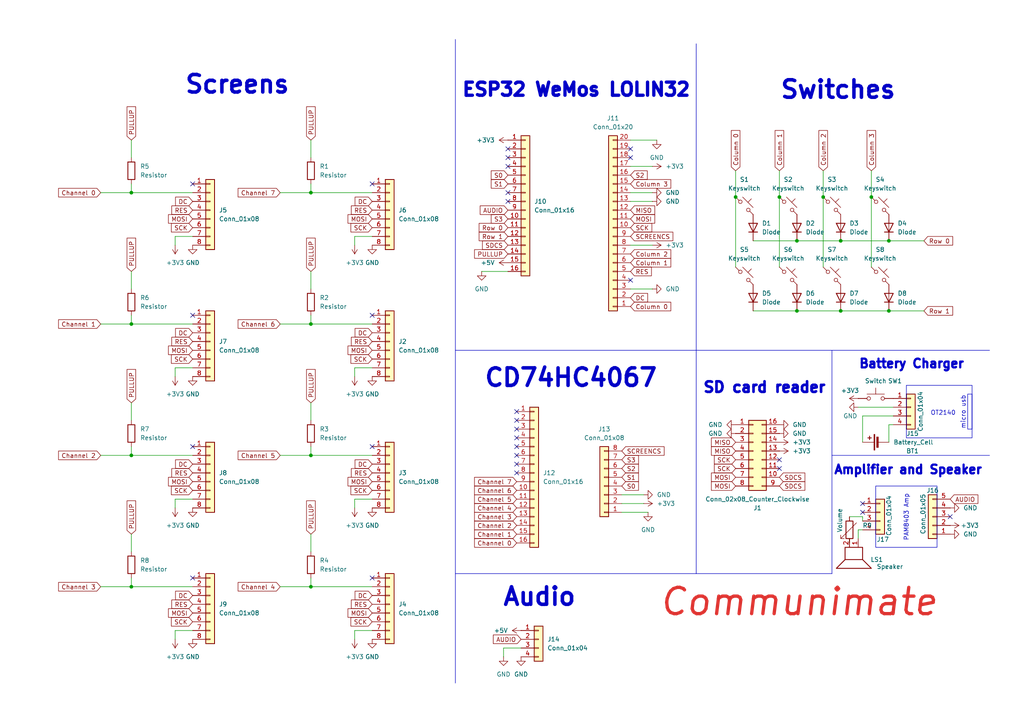
<source format=kicad_sch>
(kicad_sch (version 20231120) (generator "eeschema") (generator_version "8.0")
  (paper "A4")
  (title_block (title "Communimate") (date "2025-02-08") (company "Hogeschool Rotterdam"))
  (lib_symbols
    (symbol "Connector_Generic:Conn_01x04" (pin_names (offset 1.016) hide)
      (property "Reference" "J" (at 0 5.08 0))
      (property "Value" "Conn_01x04" (at 0 -7.62 0))
      (symbol "Conn_01x04_1_1"
        (pin passive line (at -5.08 2.54 0) (length 3.81) (name "Pin_1") (number "1"))
        (pin passive line (at -5.08 0 0) (length 3.81) (name "Pin_2") (number "2"))
        (pin passive line (at -5.08 -2.54 0) (length 3.81) (name "Pin_3") (number "3"))
        (pin passive line (at -5.08 -5.08 0) (length 3.81) (name "Pin_4") (number "4"))
      )
    )
    (symbol "Connector_Generic:Conn_01x05" (pin_names (offset 1.016) hide)
      (property "Reference" "J" (at 0 7.62 0))
      (property "Value" "Conn_01x05" (at 0 -7.62 0))
      (symbol "Conn_01x05_1_1"
        (pin passive line (at -5.08 5.08 0) (length 3.81) (name "Pin_1") (number "1"))
        (pin passive line (at -5.08 2.54 0) (length 3.81) (name "Pin_2") (number "2"))
        (pin passive line (at -5.08 0 0) (length 3.81) (name "Pin_3") (number "3"))
        (pin passive line (at -5.08 -2.54 0) (length 3.81) (name "Pin_4") (number "4"))
        (pin passive line (at -5.08 -5.08 0) (length 3.81) (name "Pin_5") (number "5"))
      )
    )
    (symbol "Connector_Generic:Conn_01x08" (pin_names (offset 1.016) hide)
      (property "Reference" "J" (at 0 10.16 0))
      (property "Value" "Conn_01x08" (at 0 -12.7 0))
      (symbol "Conn_01x08_1_1"
        (pin passive line (at -5.08 7.62 0) (length 3.81) (name "Pin_1") (number "1"))
        (pin passive line (at -5.08 5.08 0) (length 3.81) (name "Pin_2") (number "2"))
        (pin passive line (at -5.08 2.54 0) (length 3.81) (name "Pin_3") (number "3"))
        (pin passive line (at -5.08 0 0) (length 3.81) (name "Pin_4") (number "4"))
        (pin passive line (at -5.08 -2.54 0) (length 3.81) (name "Pin_5") (number "5"))
        (pin passive line (at -5.08 -5.08 0) (length 3.81) (name "Pin_6") (number "6"))
        (pin passive line (at -5.08 -7.62 0) (length 3.81) (name "Pin_7") (number "7"))
        (pin passive line (at -5.08 -10.16 0) (length 3.81) (name "Pin_8") (number "8"))
      )
    )
    (symbol "Connector_Generic:Conn_01x16" (pin_names (offset 1.016) hide)
      (property "Reference" "J" (at 0 20.32 0))
      (property "Value" "Conn_01x16" (at 0 -22.86 0))
      (symbol "Conn_01x16_1_1"
        (pin passive line (at -5.08 17.78 0) (length 3.81) (name "Pin_1") (number "1"))
        (pin passive line (at -5.08 -5.08 0) (length 3.81) (name "Pin_10") (number "10"))
        (pin passive line (at -5.08 -7.62 0) (length 3.81) (name "Pin_11") (number "11"))
        (pin passive line (at -5.08 -10.16 0) (length 3.81) (name "Pin_12") (number "12"))
        (pin passive line (at -5.08 -12.7 0) (length 3.81) (name "Pin_13") (number "13"))
        (pin passive line (at -5.08 -15.24 0) (length 3.81) (name "Pin_14") (number "14"))
        (pin passive line (at -5.08 -17.78 0) (length 3.81) (name "Pin_15") (number "15"))
        (pin passive line (at -5.08 -20.32 0) (length 3.81) (name "Pin_16") (number "16"))
        (pin passive line (at -5.08 15.24 0) (length 3.81) (name "Pin_2") (number "2"))
        (pin passive line (at -5.08 12.7 0) (length 3.81) (name "Pin_3") (number "3"))
        (pin passive line (at -5.08 10.16 0) (length 3.81) (name "Pin_4") (number "4"))
        (pin passive line (at -5.08 7.62 0) (length 3.81) (name "Pin_5") (number "5"))
        (pin passive line (at -5.08 5.08 0) (length 3.81) (name "Pin_6") (number "6"))
        (pin passive line (at -5.08 2.54 0) (length 3.81) (name "Pin_7") (number "7"))
        (pin passive line (at -5.08 0 0) (length 3.81) (name "Pin_8") (number "8"))
        (pin passive line (at -5.08 -2.54 0) (length 3.81) (name "Pin_9") (number "9"))
      )
    )
    (symbol "Connector_Generic:Conn_01x20" (pin_names (offset 1.016) hide)
      (property "Reference" "J" (at 0 25.4 0))
      (property "Value" "Conn_01x20" (at 0 -27.94 0))
      (symbol "Conn_01x20_1_1"
        (pin passive line (at -5.08 22.86 0) (length 3.81) (name "Pin_1") (number "1"))
        (pin passive line (at -5.08 0 0) (length 3.81) (name "Pin_10") (number "10"))
        (pin passive line (at -5.08 -2.54 0) (length 3.81) (name "Pin_11") (number "11"))
        (pin passive line (at -5.08 -5.08 0) (length 3.81) (name "Pin_12") (number "12"))
        (pin passive line (at -5.08 -7.62 0) (length 3.81) (name "Pin_13") (number "13"))
        (pin passive line (at -5.08 -10.16 0) (length 3.81) (name "Pin_14") (number "14"))
        (pin passive line (at -5.08 -12.7 0) (length 3.81) (name "Pin_15") (number "15"))
        (pin passive line (at -5.08 -15.24 0) (length 3.81) (name "Pin_16") (number "16"))
        (pin passive line (at -5.08 -17.78 0) (length 3.81) (name "Pin_17") (number "17"))
        (pin passive line (at -5.08 -20.32 0) (length 3.81) (name "Pin_18") (number "18"))
        (pin passive line (at -5.08 -22.86 0) (length 3.81) (name "Pin_19") (number "19"))
        (pin passive line (at -5.08 20.32 0) (length 3.81) (name "Pin_2") (number "2"))
        (pin passive line (at -5.08 -25.4 0) (length 3.81) (name "Pin_20") (number "20"))
        (pin passive line (at -5.08 17.78 0) (length 3.81) (name "Pin_3") (number "3"))
        (pin passive line (at -5.08 15.24 0) (length 3.81) (name "Pin_4") (number "4"))
        (pin passive line (at -5.08 12.7 0) (length 3.81) (name "Pin_5") (number "5"))
        (pin passive line (at -5.08 10.16 0) (length 3.81) (name "Pin_6") (number "6"))
        (pin passive line (at -5.08 7.62 0) (length 3.81) (name "Pin_7") (number "7"))
        (pin passive line (at -5.08 5.08 0) (length 3.81) (name "Pin_8") (number "8"))
        (pin passive line (at -5.08 2.54 0) (length 3.81) (name "Pin_9") (number "9"))
      )
    )
    (symbol "Connector_Generic:Conn_02x08_Counter_Clockwise" (pin_names (offset 1.016) hide)
      (property "Reference" "J" (at 1.27 10.16 0))
      (property "Value" "Conn_02x08_Counter_Clockwise" (at 1.27 -12.7 0))
      (symbol "Conn_02x08_Counter_Clockwise_1_1"
        (pin passive line (at -5.08 7.62 0) (length 3.81) (name "Pin_1") (number "1"))
        (pin passive line (at 7.62 -7.62 180) (length 3.81) (name "Pin_10") (number "10"))
        (pin passive line (at 7.62 -5.08 180) (length 3.81) (name "Pin_11") (number "11"))
        (pin passive line (at 7.62 -2.54 180) (length 3.81) (name "Pin_12") (number "12"))
        (pin passive line (at 7.62 0 180) (length 3.81) (name "Pin_13") (number "13"))
        (pin passive line (at 7.62 2.54 180) (length 3.81) (name "Pin_14") (number "14"))
        (pin passive line (at 7.62 5.08 180) (length 3.81) (name "Pin_15") (number "15"))
        (pin passive line (at 7.62 7.62 180) (length 3.81) (name "Pin_16") (number "16"))
        (pin passive line (at -5.08 5.08 0) (length 3.81) (name "Pin_2") (number "2"))
        (pin passive line (at -5.08 2.54 0) (length 3.81) (name "Pin_3") (number "3"))
        (pin passive line (at -5.08 0 0) (length 3.81) (name "Pin_4") (number "4"))
        (pin passive line (at -5.08 -2.54 0) (length 3.81) (name "Pin_5") (number "5"))
        (pin passive line (at -5.08 -5.08 0) (length 3.81) (name "Pin_6") (number "6"))
        (pin passive line (at -5.08 -7.62 0) (length 3.81) (name "Pin_7") (number "7"))
        (pin passive line (at -5.08 -10.16 0) (length 3.81) (name "Pin_8") (number "8"))
        (pin passive line (at 7.62 -10.16 180) (length 3.81) (name "Pin_9") (number "9"))
      )
    )
    (symbol "Device:Battery_Cell" (pin_numbers hide) (pin_names (offset 0) hide)
      (property "Reference" "BT" (at 2.54 2.54 0))
      (property "Value" "Battery_Cell" (at 2.54 0 0))
      (symbol "Battery_Cell_1_1"
        (pin passive line (at 0 5.08 270) (length 2.54) (name "+") (number "1"))
        (pin passive line (at 0 -2.54 90) (length 2.54) (name "-") (number "2"))
      )
    )
    (symbol "Device:R_Variable" (pin_numbers hide) (pin_names (offset 0))
      (property "Reference" "R" (at 2.54 -2.54 90))
      (property "Value" "R_Variable" (at -2.54 -1.27 90))
      (symbol "R_Variable_1_1"
        (pin passive line (at 0 3.81 270) (length 1.27) (name "~") (number "1"))
        (pin passive line (at 0 -3.81 90) (length 1.27) (name "~") (number "2"))
      )
    )
    (symbol "Device:Speaker" (pin_names (offset 0) hide)
      (property "Reference" "LS" (at 1.27 5.715 0))
      (property "Value" "Speaker" (at 1.27 3.81 0))
      (symbol "Speaker_1_1"
        (pin input line (at -5.08 0 0) (length 2.54) (name "1") (number "1"))
        (pin input line (at -5.08 -2.54 0) (length 2.54) (name "2") (number "2"))
      )
    )
    (symbol "ScottoKeebs:Placeholder_Diode" (pin_numbers hide) (pin_names hide)
      (property "Reference" "D" (at 0 2.54 0))
      (property "Value" "Diode" (at 0 -2.54 0))
      (symbol "Placeholder_Diode_1_1"
        (pin passive line (at -3.81 0 0) (length 2.54) (name "K") (number "1"))
        (pin passive line (at 3.81 0 180) (length 2.54) (name "A") (number "2"))
      )
    )
    (symbol "ScottoKeebs:Placeholder_Keyswitch" (pin_numbers hide) (pin_names (offset 1.016) hide)
      (property "Reference" "S" (at 3.048 1.016 0))
      (property "Value" "Keyswitch" (at 0 -3.81 0))
      (symbol "Placeholder_Keyswitch_0_1"
        (pin passive line (at -2.54 2.54 0) (length 0) (name "1") (number "1"))
        (pin passive line (at 2.54 -2.54 180) (length 0) (name "2") (number "2"))
      )
    )
    (symbol "ScottoKeebs:Placeholder_Resistor" (pin_numbers hide) (pin_names (offset 0))
      (property "Reference" "R" (at 0 2.032 0))
      (property "Value" "Resistor" (at 0 -2.54 0))
      (symbol "Placeholder_Resistor_1_1"
        (pin passive line (at -3.81 0 0) (length 1.27) (name "~") (number "1"))
        (pin passive line (at 3.81 0 180) (length 1.27) (name "~") (number "2"))
      )
    )
    (symbol "ScottoKeebs:Placeholder_Switch" (pin_numbers hide) (pin_names (offset 1.016) hide)
      (property "Reference" "SW" (at 1.27 2.54 0))
      (property "Value" "Switch" (at 0 -1.524 0))
      (symbol "Placeholder_Switch_0_1"
        (pin passive line (at -5.08 0 0) (length 2.54) (name "1") (number "1"))
        (pin passive line (at 5.08 0 180) (length 2.54) (name "2") (number "2"))
      )
    )
    (symbol "power:+3V3" (power) (pin_numbers hide) (pin_names (offset 0) hide)
      (property "Value" "+3V3" (at 0 3.556 0))
      (symbol "+3V3_1_1"
        (pin power_in line (at 0 0 90) (length 0) (name "~") (number "1"))
      )
    )
    (symbol "power:+5V" (power) (pin_numbers hide) (pin_names (offset 0) hide)
      (property "Value" "+5V" (at 0 3.556 0))
      (symbol "+5V_1_1"
        (pin power_in line (at 0 0 90) (length 0) (name "~") (number "1"))
      )
    )
    (symbol "power:GND" (power) (pin_numbers hide) (pin_names (offset 0) hide)
      (property "Value" "GND" (at 0 -3.81 0))
      (symbol "GND_1_1"
        (pin power_in line (at 0 0 270) (length 0) (name "~") (number "1"))
      )
    )
  )
  (junction (at 231.14 90.17))
  (junction (at 226.06 57.15))
  (junction (at 90.17 55.88))
  (junction (at 243.84 69.85))
  (junction (at 90.17 93.98))
  (junction (at 257.81 69.85))
  (junction (at 213.36 57.15))
  (junction (at 252.73 57.15))
  (junction (at 38.1 93.98))
  (junction (at 257.81 90.17))
  (junction (at 231.14 69.85))
  (junction (at 243.84 90.17))
  (junction (at 38.1 170.18))
  (junction (at 90.17 132.08))
  (junction (at 90.17 170.18))
  (junction (at 38.1 132.08))
  (junction (at 238.76 57.15))
  (junction (at 38.1 55.88))
  (no_connect (at 147.32 58.42))
  (no_connect (at 182.88 43.18))
  (no_connect (at 107.95 91.44))
  (no_connect (at 275.59 149.86))
  (no_connect (at 149.86 132.08))
  (no_connect (at 149.86 121.92))
  (no_connect (at 147.32 45.72))
  (no_connect (at 149.86 134.62))
  (no_connect (at 107.95 129.54))
  (no_connect (at 250.19 148.59))
  (no_connect (at 226.06 135.89))
  (no_connect (at 149.86 137.16))
  (no_connect (at 55.88 129.54))
  (no_connect (at 149.86 127))
  (no_connect (at 147.32 48.26))
  (no_connect (at 107.95 167.64))
  (no_connect (at 147.32 43.18))
  (no_connect (at 149.86 124.46))
  (no_connect (at 107.95 53.34))
  (no_connect (at 182.88 45.72))
  (no_connect (at 147.32 55.88))
  (no_connect (at 149.86 119.38))
  (no_connect (at 55.88 167.64))
  (no_connect (at 250.19 146.05))
  (no_connect (at 55.88 53.34))
  (no_connect (at 182.88 81.28))
  (no_connect (at 55.88 91.44))
  (no_connect (at 149.86 129.54))
  (no_connect (at 226.06 133.35))
  (polyline (pts (xy 241.3 132.08) (xy 287.02 132.08)))
  (wire (pts (xy 50.8 109.22) (xy 50.8 106.68)))
  (wire (pts (xy 189.23 48.26) (xy 182.88 48.26)))
  (wire (pts (xy 102.87 71.12) (xy 102.87 68.58)))
  (wire (pts (xy 102.87 182.88) (xy 107.95 182.88)))
  (wire (pts (xy 50.8 185.42) (xy 50.8 182.88)))
  (wire (pts (xy 38.1 154.94) (xy 38.1 160.02)))
  (wire (pts (xy 257.81 90.17) (xy 267.97 90.17)))
  (wire (pts (xy 257.81 128.27) (xy 257.81 123.19)))
  (wire (pts (xy 182.88 58.42) (xy 189.23 58.42)))
  (wire (pts (xy 238.76 49.53) (xy 238.76 57.15)))
  (wire (pts (xy 250.19 120.65) (xy 250.19 128.27)))
  (wire (pts (xy 50.8 147.32) (xy 50.8 144.78)))
  (polyline (pts (xy 132.08 166.37) (xy 201.93 166.37)))
  (wire (pts (xy 243.84 69.85) (xy 257.81 69.85)))
  (polyline (pts (xy 132.08 101.6) (xy 201.93 101.6)))
  (wire (pts (xy 267.97 69.85) (xy 257.81 69.85)))
  (wire (pts (xy 29.21 93.98) (xy 38.1 93.98)))
  (wire (pts (xy 81.28 55.88) (xy 90.17 55.88)))
  (wire (pts (xy 102.87 147.32) (xy 102.87 144.78)))
  (wire (pts (xy 29.21 170.18) (xy 38.1 170.18)))
  (wire (pts (xy 38.1 93.98) (xy 55.88 93.98)))
  (wire (pts (xy 102.87 109.22) (xy 102.87 106.68)))
  (wire (pts (xy 180.34 143.51) (xy 186.69 143.51)))
  (wire (pts (xy 250.19 149.86) (xy 250.19 151.13)))
  (wire (pts (xy 50.8 144.78) (xy 55.88 144.78)))
  (wire (pts (xy 231.14 69.85) (xy 243.84 69.85)))
  (polyline (pts (xy 201.93 12.7) (xy 201.93 101.6)))
  (wire (pts (xy 90.17 91.44) (xy 90.17 93.98)))
  (wire (pts (xy 90.17 116.84) (xy 90.17 121.92)))
  (wire (pts (xy 257.81 123.19) (xy 259.08 123.19)))
  (wire (pts (xy 213.36 49.53) (xy 213.36 57.15)))
  (wire (pts (xy 90.17 129.54) (xy 90.17 132.08)))
  (wire (pts (xy 252.73 57.15) (xy 252.73 77.47)))
  (wire (pts (xy 81.28 93.98) (xy 90.17 93.98)))
  (wire (pts (xy 50.8 182.88) (xy 55.88 182.88)))
  (wire (pts (xy 38.1 132.08) (xy 55.88 132.08)))
  (wire (pts (xy 50.8 71.12) (xy 50.8 68.58)))
  (wire (pts (xy 102.87 185.42) (xy 102.87 182.88)))
  (wire (pts (xy 38.1 78.74) (xy 38.1 83.82)))
  (wire (pts (xy 226.06 57.15) (xy 226.06 77.47)))
  (wire (pts (xy 248.92 153.67) (xy 248.92 156.21)))
  (wire (pts (xy 182.88 83.82) (xy 189.23 83.82)))
  (wire (pts (xy 81.28 170.18) (xy 90.17 170.18)))
  (wire (pts (xy 38.1 53.34) (xy 38.1 55.88)))
  (wire (pts (xy 243.84 90.17) (xy 257.81 90.17)))
  (polyline (pts (xy 132.08 11.43) (xy 132.08 198.12)))
  (wire (pts (xy 90.17 53.34) (xy 90.17 55.88)))
  (polyline (pts (xy 201.93 101.6) (xy 287.02 101.6)))
  (wire (pts (xy 29.21 132.08) (xy 38.1 132.08)))
  (wire (pts (xy 218.44 69.85) (xy 231.14 69.85)))
  (wire (pts (xy 250.19 153.67) (xy 248.92 153.67)))
  (wire (pts (xy 182.88 55.88) (xy 189.23 55.88)))
  (wire (pts (xy 189.23 71.12) (xy 182.88 71.12)))
  (wire (pts (xy 90.17 78.74) (xy 90.17 83.82)))
  (wire (pts (xy 50.8 106.68) (xy 55.88 106.68)))
  (wire (pts (xy 213.36 57.15) (xy 213.36 77.47)))
  (wire (pts (xy 252.73 49.53) (xy 252.73 57.15)))
  (wire (pts (xy 38.1 116.84) (xy 38.1 121.92)))
  (wire (pts (xy 90.17 154.94) (xy 90.17 160.02)))
  (wire (pts (xy 102.87 144.78) (xy 107.95 144.78)))
  (wire (pts (xy 38.1 55.88) (xy 55.88 55.88)))
  (wire (pts (xy 246.38 149.86) (xy 250.19 149.86)))
  (wire (pts (xy 102.87 68.58) (xy 107.95 68.58)))
  (wire (pts (xy 180.34 148.59) (xy 187.96 148.59)))
  (wire (pts (xy 90.17 55.88) (xy 107.95 55.88)))
  (wire (pts (xy 238.76 57.15) (xy 238.76 77.47)))
  (wire (pts (xy 50.8 68.58) (xy 55.88 68.58)))
  (wire (pts (xy 90.17 93.98) (xy 107.95 93.98)))
  (wire (pts (xy 38.1 91.44) (xy 38.1 93.98)))
  (wire (pts (xy 259.08 120.65) (xy 250.19 120.65)))
  (polyline (pts (xy 241.3 101.6) (xy 241.3 166.37)))
  (wire (pts (xy 81.28 132.08) (xy 90.17 132.08)))
  (wire (pts (xy 246.38 157.48) (xy 246.38 156.21)))
  (wire (pts (xy 38.1 170.18) (xy 55.88 170.18)))
  (wire (pts (xy 102.87 106.68) (xy 107.95 106.68)))
  (wire (pts (xy 226.06 49.53) (xy 226.06 57.15)))
  (wire (pts (xy 139.7 78.74) (xy 147.32 78.74)))
  (wire (pts (xy 29.21 55.88) (xy 38.1 55.88)))
  (wire (pts (xy 146.05 187.96) (xy 146.05 190.5)))
  (wire (pts (xy 182.88 40.64) (xy 190.5 40.64)))
  (wire (pts (xy 90.17 170.18) (xy 107.95 170.18)))
  (polyline (pts (xy 201.93 101.6) (xy 201.93 166.37)))
  (wire (pts (xy 90.17 132.08) (xy 107.95 132.08)))
  (wire (pts (xy 38.1 40.64) (xy 38.1 45.72)))
  (wire (pts (xy 186.69 146.05) (xy 180.34 146.05)))
  (wire (pts (xy 90.17 40.64) (xy 90.17 45.72)))
  (wire (pts (xy 218.44 90.17) (xy 231.14 90.17)))
  (wire (pts (xy 151.13 187.96) (xy 146.05 187.96)))
  (wire (pts (xy 38.1 129.54) (xy 38.1 132.08)))
  (wire (pts (xy 231.14 90.17) (xy 243.84 90.17)))
  (wire (pts (xy 248.92 118.11) (xy 259.08 118.11)))
  (wire (pts (xy 90.17 167.64) (xy 90.17 170.18)))
  (polyline (pts (xy 241.3 166.37) (xy 201.93 166.37)))
  (wire (pts (xy 38.1 167.64) (xy 38.1 170.18)))
  (rectangle (start 262.89 111.76) (end 281.94 127))
  (rectangle (start 280.67 114.3) (end 281.94 124.46))
  (rectangle (start 254 140.97) (end 271.78 158.75))
  (text "Switches" (at 243.078 26.162 0) (effects (font (size 5.08 5.08) (thickness 1.016) (bold yes))))
  (text "OT2140" (at 273.558 119.888 0) (effects (font (size 1.27 1.27))))
  (text "PAM8403 Amp" (at 262.89 150.114 90) (effects (font (size 1.27 1.27))))
  (text "ESP32 WeMos LOLIN32" (at 167.132 26.162 0) (effects (font (size 3.81 3.81) (thickness 1.016) (bold yes))))
  (text "CD74HC4067\n" (at 165.608 109.728 0) (effects (font (size 5.08 5.08) (thickness 1.016) (bold yes))))
  (text "Amplifier and Speaker" (at 263.398 136.398 0) (effects (font (size 2.54 2.54) (thickness 1.016) (bold yes))))
  (text "Screens\n" (at 68.834 24.638 0) (effects (font (size 5.08 5.08) (thickness 1.016) (bold yes))))
  (text "SD card reader\n" (at 221.742 112.522 0) (effects (font (size 3.048 3.048) (thickness 1.016) (bold yes))))
  (text "micro usb" (at 279.4 119.634 90) (effects (font (size 1.27 1.27))))
  (text "Audio\n" (at 156.464 173.228 0) (effects (font (size 5.08 5.08) (thickness 1.016) (bold yes))))
  (text "Communimate" (at 231.648 174.752 0) (effects (font (size 7.62 7.62) (thickness 0.9525) (italic yes))))
  (text "Battery Charger" (at 264.414 105.664 0) (effects (font (size 2.54 2.54) (thickness 1.016) (bold yes))))
  (global_label "DC" (shape input) (at 107.95 172.72 180) (property "Intersheetrefs" "${INTERSHEET_REFS}" (effects (hide yes))))
  (global_label "SCK" (shape input) (at 213.36 133.35 180) (property "Intersheetrefs" "${INTERSHEET_REFS}" (effects (hide yes))))
  (global_label "SDCS" (shape input) (at 147.32 71.12 180) (property "Intersheetrefs" "${INTERSHEET_REFS}" (effects (hide yes))))
  (global_label "SCREENCS" (shape input) (at 180.34 130.81 0) (property "Intersheetrefs" "${INTERSHEET_REFS}" (effects (hide yes))))
  (global_label "Channel 5" (shape input) (at 81.28 132.08 180) (property "Intersheetrefs" "${INTERSHEET_REFS}" (effects (hide yes))))
  (global_label "Column 2" (shape input) (at 238.76 49.53 90) (property "Intersheetrefs" "${INTERSHEET_REFS}" (effects (hide yes))))
  (global_label "MOSI" (shape input) (at 107.95 139.7 180) (property "Intersheetrefs" "${INTERSHEET_REFS}" (effects (hide yes))))
  (global_label "Channel 2" (shape input) (at 29.21 132.08 180) (property "Intersheetrefs" "${INTERSHEET_REFS}" (effects (hide yes))))
  (global_label "DC" (shape input) (at 55.88 96.52 180) (property "Intersheetrefs" "${INTERSHEET_REFS}" (effects (hide yes))))
  (global_label "Channel 0" (shape input) (at 149.86 157.48 180) (property "Intersheetrefs" "${INTERSHEET_REFS}" (effects (hide yes))))
  (global_label "PULLUP" (shape input) (at 90.17 154.94 90) (property "Intersheetrefs" "${INTERSHEET_REFS}" (effects (hide yes))))
  (global_label "S3" (shape input) (at 180.34 133.35 0) (property "Intersheetrefs" "${INTERSHEET_REFS}" (effects (hide yes))))
  (global_label "MISO" (shape input) (at 213.36 128.27 180) (property "Intersheetrefs" "${INTERSHEET_REFS}" (effects (hide yes))))
  (global_label "PULLUP" (shape input) (at 38.1 40.64 90) (property "Intersheetrefs" "${INTERSHEET_REFS}" (effects (hide yes))))
  (global_label "Column 0" (shape input) (at 182.88 88.9 0) (property "Intersheetrefs" "${INTERSHEET_REFS}" (effects (hide yes))))
  (global_label "SCREENCS" (shape input) (at 182.88 68.58 0) (property "Intersheetrefs" "${INTERSHEET_REFS}" (effects (hide yes))))
  (global_label "Row 1" (shape input) (at 267.97 90.17 0) (property "Intersheetrefs" "${INTERSHEET_REFS}" (effects (hide yes))))
  (global_label "Column 1" (shape input) (at 182.88 76.2 0) (property "Intersheetrefs" "${INTERSHEET_REFS}" (effects (hide yes))))
  (global_label "RES" (shape input) (at 55.88 99.06 180) (property "Intersheetrefs" "${INTERSHEET_REFS}" (effects (hide yes))))
  (global_label "MOSI" (shape input) (at 107.95 101.6 180) (property "Intersheetrefs" "${INTERSHEET_REFS}" (effects (hide yes))))
  (global_label "DC" (shape input) (at 55.88 134.62 180) (property "Intersheetrefs" "${INTERSHEET_REFS}" (effects (hide yes))))
  (global_label "MOSI" (shape input) (at 55.88 177.8 180) (property "Intersheetrefs" "${INTERSHEET_REFS}" (effects (hide yes))))
  (global_label "MOSI" (shape input) (at 107.95 63.5 180) (property "Intersheetrefs" "${INTERSHEET_REFS}" (effects (hide yes))))
  (global_label "S3" (shape input) (at 147.32 63.5 180) (property "Intersheetrefs" "${INTERSHEET_REFS}" (effects (hide yes))))
  (global_label "PULLUP" (shape input) (at 38.1 78.74 90) (property "Intersheetrefs" "${INTERSHEET_REFS}" (effects (hide yes))))
  (global_label "Channel 3" (shape input) (at 149.86 149.86 180) (property "Intersheetrefs" "${INTERSHEET_REFS}" (effects (hide yes))))
  (global_label "AUDIO" (shape input) (at 151.13 185.42 180) (property "Intersheetrefs" "${INTERSHEET_REFS}" (effects (hide yes))))
  (global_label "PULLUP" (shape input) (at 90.17 40.64 90) (property "Intersheetrefs" "${INTERSHEET_REFS}" (effects (hide yes))))
  (global_label "SCK" (shape input) (at 55.88 66.04 180) (property "Intersheetrefs" "${INTERSHEET_REFS}" (effects (hide yes))))
  (global_label "SCK" (shape input) (at 107.95 142.24 180) (property "Intersheetrefs" "${INTERSHEET_REFS}" (effects (hide yes))))
  (global_label "RES" (shape input) (at 107.95 99.06 180) (property "Intersheetrefs" "${INTERSHEET_REFS}" (effects (hide yes))))
  (global_label "Channel 2" (shape input) (at 149.86 152.4 180) (property "Intersheetrefs" "${INTERSHEET_REFS}" (effects (hide yes))))
  (global_label "Channel 7" (shape input) (at 149.86 139.7 180) (property "Intersheetrefs" "${INTERSHEET_REFS}" (effects (hide yes))))
  (global_label "DC" (shape input) (at 55.88 58.42 180) (property "Intersheetrefs" "${INTERSHEET_REFS}" (effects (hide yes))))
  (global_label "SCK" (shape input) (at 213.36 135.89 180) (property "Intersheetrefs" "${INTERSHEET_REFS}" (effects (hide yes))))
  (global_label "Channel 7" (shape input) (at 81.28 55.88 180) (property "Intersheetrefs" "${INTERSHEET_REFS}" (effects (hide yes))))
  (global_label "DC" (shape input) (at 107.95 96.52 180) (property "Intersheetrefs" "${INTERSHEET_REFS}" (effects (hide yes))))
  (global_label "S1" (shape input) (at 180.34 138.43 0) (property "Intersheetrefs" "${INTERSHEET_REFS}" (effects (hide yes))))
  (global_label "DC" (shape input) (at 107.95 58.42 180) (property "Intersheetrefs" "${INTERSHEET_REFS}" (effects (hide yes))))
  (global_label "PULLUP" (shape input) (at 90.17 78.74 90) (property "Intersheetrefs" "${INTERSHEET_REFS}" (effects (hide yes))))
  (global_label "MOSI" (shape input) (at 55.88 139.7 180) (property "Intersheetrefs" "${INTERSHEET_REFS}" (effects (hide yes))))
  (global_label "MOSI" (shape input) (at 107.95 177.8 180) (property "Intersheetrefs" "${INTERSHEET_REFS}" (effects (hide yes))))
  (global_label "Channel 6" (shape input) (at 149.86 142.24 180) (property "Intersheetrefs" "${INTERSHEET_REFS}" (effects (hide yes))))
  (global_label "Channel 1" (shape input) (at 149.86 154.94 180) (property "Intersheetrefs" "${INTERSHEET_REFS}" (effects (hide yes))))
  (global_label "RES" (shape input) (at 55.88 137.16 180) (property "Intersheetrefs" "${INTERSHEET_REFS}" (effects (hide yes))))
  (global_label "Channel 0" (shape input) (at 29.21 55.88 180) (property "Intersheetrefs" "${INTERSHEET_REFS}" (effects (hide yes))))
  (global_label "SCK" (shape input) (at 107.95 66.04 180) (property "Intersheetrefs" "${INTERSHEET_REFS}" (effects (hide yes))))
  (global_label "MISO" (shape input) (at 182.88 60.96 0) (property "Intersheetrefs" "${INTERSHEET_REFS}" (effects (hide yes))))
  (global_label "S2" (shape input) (at 180.34 135.89 0) (property "Intersheetrefs" "${INTERSHEET_REFS}" (effects (hide yes))))
  (global_label "SCK" (shape input) (at 55.88 104.14 180) (property "Intersheetrefs" "${INTERSHEET_REFS}" (effects (hide yes))))
  (global_label "Row 0" (shape input) (at 147.32 66.04 180) (property "Intersheetrefs" "${INTERSHEET_REFS}" (effects (hide yes))))
  (global_label "SCK" (shape input) (at 55.88 180.34 180) (property "Intersheetrefs" "${INTERSHEET_REFS}" (effects (hide yes))))
  (global_label "RES" (shape input) (at 55.88 175.26 180) (property "Intersheetrefs" "${INTERSHEET_REFS}" (effects (hide yes))))
  (global_label "SCK" (shape input) (at 182.88 66.04 0) (property "Intersheetrefs" "${INTERSHEET_REFS}" (effects (hide yes))))
  (global_label "Column 1" (shape input) (at 226.06 49.53 90) (property "Intersheetrefs" "${INTERSHEET_REFS}" (effects (hide yes))))
  (global_label "Channel 4" (shape input) (at 149.86 147.32 180) (property "Intersheetrefs" "${INTERSHEET_REFS}" (effects (hide yes))))
  (global_label "DC" (shape input) (at 107.95 134.62 180) (property "Intersheetrefs" "${INTERSHEET_REFS}" (effects (hide yes))))
  (global_label "RES" (shape input) (at 107.95 137.16 180) (property "Intersheetrefs" "${INTERSHEET_REFS}" (effects (hide yes))))
  (global_label "DC" (shape input) (at 55.88 172.72 180) (property "Intersheetrefs" "${INTERSHEET_REFS}" (effects (hide yes))))
  (global_label "SCK" (shape input) (at 55.88 142.24 180) (property "Intersheetrefs" "${INTERSHEET_REFS}" (effects (hide yes))))
  (global_label "Column 0" (shape input) (at 213.36 49.53 90) (property "Intersheetrefs" "${INTERSHEET_REFS}" (effects (hide yes))))
  (global_label "SCK" (shape input) (at 107.95 180.34 180) (property "Intersheetrefs" "${INTERSHEET_REFS}" (effects (hide yes))))
  (global_label "MOSI" (shape input) (at 55.88 101.6 180) (property "Intersheetrefs" "${INTERSHEET_REFS}" (effects (hide yes))))
  (global_label "DC" (shape input) (at 182.88 86.36 0) (property "Intersheetrefs" "${INTERSHEET_REFS}" (effects (hide yes))))
  (global_label "MISO" (shape input) (at 213.36 130.81 180) (property "Intersheetrefs" "${INTERSHEET_REFS}" (effects (hide yes))))
  (global_label "Channel 1" (shape input) (at 29.21 93.98 180) (property "Intersheetrefs" "${INTERSHEET_REFS}" (effects (hide yes))))
  (global_label "S1" (shape input) (at 147.32 53.34 180) (property "Intersheetrefs" "${INTERSHEET_REFS}" (effects (hide yes))))
  (global_label "MOSI" (shape input) (at 213.36 140.97 180) (property "Intersheetrefs" "${INTERSHEET_REFS}" (effects (hide yes))))
  (global_label "S0" (shape input) (at 147.32 50.8 180) (property "Intersheetrefs" "${INTERSHEET_REFS}" (effects (hide yes))))
  (global_label "RES" (shape input) (at 55.88 60.96 180) (property "Intersheetrefs" "${INTERSHEET_REFS}" (effects (hide yes))))
  (global_label "SCK" (shape input) (at 107.95 104.14 180) (property "Intersheetrefs" "${INTERSHEET_REFS}" (effects (hide yes))))
  (global_label "AUDIO" (shape input) (at 275.59 144.78 0) (property "Intersheetrefs" "${INTERSHEET_REFS}" (effects (hide yes))))
  (global_label "Column 3" (shape input) (at 252.73 49.53 90) (property "Intersheetrefs" "${INTERSHEET_REFS}" (effects (hide yes))))
  (global_label "PULLUP" (shape input) (at 147.32 73.66 180) (property "Intersheetrefs" "${INTERSHEET_REFS}" (effects (hide yes))))
  (global_label "Row 1" (shape input) (at 147.32 68.58 180) (property "Intersheetrefs" "${INTERSHEET_REFS}" (effects (hide yes))))
  (global_label "Channel 6" (shape input) (at 81.28 93.98 180) (property "Intersheetrefs" "${INTERSHEET_REFS}" (effects (hide yes))))
  (global_label "Channel 4" (shape input) (at 81.28 170.18 180) (property "Intersheetrefs" "${INTERSHEET_REFS}" (effects (hide yes))))
  (global_label "PULLUP" (shape input) (at 38.1 116.84 90) (property "Intersheetrefs" "${INTERSHEET_REFS}" (effects (hide yes))))
  (global_label "MOSI" (shape input) (at 55.88 63.5 180) (property "Intersheetrefs" "${INTERSHEET_REFS}" (effects (hide yes))))
  (global_label "SDCS" (shape input) (at 226.06 138.43 0) (property "Intersheetrefs" "${INTERSHEET_REFS}" (effects (hide yes))))
  (global_label "Channel 3" (shape input) (at 29.21 170.18 180) (property "Intersheetrefs" "${INTERSHEET_REFS}" (effects (hide yes))))
  (global_label "AUDIO" (shape input) (at 147.32 60.96 180) (property "Intersheetrefs" "${INTERSHEET_REFS}" (effects (hide yes))))
  (global_label "SDCS" (shape input) (at 226.06 140.97 0) (property "Intersheetrefs" "${INTERSHEET_REFS}" (effects (hide yes))))
  (global_label "Channel 5" (shape input) (at 149.86 144.78 180) (property "Intersheetrefs" "${INTERSHEET_REFS}" (effects (hide yes))))
  (global_label "PULLUP" (shape input) (at 90.17 116.84 90) (property "Intersheetrefs" "${INTERSHEET_REFS}" (effects (hide yes))))
  (global_label "RES" (shape input) (at 182.88 78.74 0) (property "Intersheetrefs" "${INTERSHEET_REFS}" (effects (hide yes))))
  (global_label "S2" (shape input) (at 182.88 50.8 0) (property "Intersheetrefs" "${INTERSHEET_REFS}" (effects (hide yes))))
  (global_label "RES" (shape input) (at 107.95 60.96 180) (property "Intersheetrefs" "${INTERSHEET_REFS}" (effects (hide yes))))
  (global_label "Column 2" (shape input) (at 182.88 73.66 0) (property "Intersheetrefs" "${INTERSHEET_REFS}" (effects (hide yes))))
  (global_label "S0" (shape input) (at 180.34 140.97 0) (property "Intersheetrefs" "${INTERSHEET_REFS}" (effects (hide yes))))
  (global_label "RES" (shape input) (at 107.95 175.26 180) (property "Intersheetrefs" "${INTERSHEET_REFS}" (effects (hide yes))))
  (global_label "PULLUP" (shape input) (at 38.1 154.94 90) (property "Intersheetrefs" "${INTERSHEET_REFS}" (effects (hide yes))))
  (global_label "MOSI" (shape input) (at 182.88 63.5 0) (property "Intersheetrefs" "${INTERSHEET_REFS}" (effects (hide yes))))
  (global_label "Row 0" (shape input) (at 267.97 69.85 0) (property "Intersheetrefs" "${INTERSHEET_REFS}" (effects (hide yes))))
  (global_label "Column 3" (shape input) (at 182.88 53.34 0) (property "Intersheetrefs" "${INTERSHEET_REFS}" (effects (hide yes))))
  (global_label "MOSI" (shape input) (at 213.36 138.43 180) (property "Intersheetrefs" "${INTERSHEET_REFS}" (effects (hide yes))))
  (symbol (lib_id "Connector_Generic:Conn_01x16") (at 154.94 137.16 0) (unit 1)
    (property "Reference" "J12" (at 157.48 137.1599 0) (effects (justify left)))
    (property "Value" "Conn_01x16" (at 157.48 139.6999 0) (effects (justify left)))
    (property "Footprint" "Connector_PinSocket_2.54mm:PinSocket_1x16_P2.54mm_Vertical" (effects (hide yes)))
    (property "Description" "Generic connector, single row, 01x16, script generated (kicad-library-utils/schlib/autogen/connector/)" (effects (hide yes)))
  )
  (symbol (lib_id "power:GND") (at 186.69 143.51 90) (unit 1)
    (property "Reference" "#PWR030" (effects (hide yes)))
    (property "Value" "GND" (at 190.5 143.5099 90) (effects (justify right)))
    (property "Description" "Power symbol creates a global label with name \"GND\" , ground" (effects (hide yes)))
  )
  (symbol (lib_id "power:GND") (at 189.23 83.82 90) (unit 1)
    (property "Reference" "#PWR022" (effects (hide yes)))
    (property "Value" "GND" (at 193.04 83.8199 90) (effects (justify right)))
    (property "Description" "Power symbol creates a global label with name \"GND\" , ground" (effects (hide yes)))
  )
  (symbol (lib_id "power:GND") (at 226.06 125.73 90) (unit 1)
    (property "Reference" "#PWR01" (effects (hide yes)))
    (property "Value" "GND" (at 229.87 125.7299 90) (effects (justify right)))
    (property "Description" "Power symbol creates a global label with name \"GND\" , ground" (effects (hide yes)))
  )
  (symbol (lib_id "power:+3V3") (at 50.8 71.12 180) (unit 1)
    (property "Reference" "#PWR012" (effects (hide yes)))
    (property "Value" "+3V3" (at 50.8 76.2 0))
    (property "Description" "Power symbol creates a global label with name \"+3V3\"" (effects (hide yes)))
  )
  (symbol (lib_id "power:+5V") (at 151.13 182.88 90) (unit 1)
    (property "Reference" "#PWR035" (effects (hide yes)))
    (property "Value" "+5V" (at 147.32 182.8799 90) (effects (justify left)))
    (property "Description" "Power symbol creates a global label with name \"+5V\"" (effects (hide yes)))
  )
  (symbol (lib_id "power:+3V3") (at 50.8 147.32 180) (unit 1)
    (property "Reference" "#PWR014" (effects (hide yes)))
    (property "Value" "+3V3" (at 50.8 152.4 0))
    (property "Description" "Power symbol creates a global label with name \"+3V3\"" (effects (hide yes)))
  )
  (symbol (lib_id "power:GND") (at 55.88 109.22 0) (unit 1)
    (property "Reference" "#PWR017" (effects (hide yes)))
    (property "Value" "GND" (at 55.88 114.3 0))
    (property "Description" "Power symbol creates a global label with name \"GND\" , ground" (effects (hide yes)))
  )
  (symbol (lib_id "power:+3V3") (at 189.23 71.12 270) (unit 1)
    (property "Reference" "#PWR027" (effects (hide yes)))
    (property "Value" "+3V3" (at 193.04 71.1199 90) (effects (justify left)))
    (property "Description" "Power symbol creates a global label with name \"+3V3\"" (effects (hide yes)))
  )
  (symbol (lib_id "Connector_Generic:Conn_01x08") (at 60.96 137.16 0) (unit 1)
    (property "Reference" "J8" (at 63.5 137.1599 0) (effects (justify left)))
    (property "Value" "Conn_01x08" (at 63.5 139.6999 0) (effects (justify left)))
    (property "Footprint" "Connector_PinSocket_2.54mm:PinSocket_1x08_P2.54mm_Vertical" (effects (hide yes)))
    (property "Description" "Generic connector, single row, 01x08, script generated (kicad-library-utils/schlib/autogen/connector/)" (effects (hide yes)))
  )
  (symbol (lib_id "power:+3V3") (at 102.87 71.12 180) (unit 1)
    (property "Reference" "#PWR05" (effects (hide yes)))
    (property "Value" "+3V3" (at 102.87 76.2 0))
    (property "Description" "Power symbol creates a global label with name \"+3V3\"" (effects (hide yes)))
  )
  (symbol (lib_id "power:+3V3") (at 102.87 109.22 180) (unit 1)
    (property "Reference" "#PWR06" (effects (hide yes)))
    (property "Value" "+3V3" (at 102.87 114.3 0))
    (property "Description" "Power symbol creates a global label with name \"+3V3\"" (effects (hide yes)))
  )
  (symbol (lib_id "ScottoKeebs:Placeholder_Resistor") (at 38.1 125.73 90) (unit 1)
    (property "Reference" "R7" (at 40.64 124.4599 90) (effects (justify right)))
    (property "Value" "Resistor" (at 40.64 126.9999 90) (effects (justify right)))
    (property "Footprint" "Resistor_THT:R_Axial_DIN0207_L6.3mm_D2.5mm_P7.62mm_Horizontal" (effects (hide yes)))
    (property "Description" "Resistor" (effects (hide yes)))
  )
  (symbol (lib_id "power:GND") (at 55.88 147.32 0) (unit 1)
    (property "Reference" "#PWR018" (effects (hide yes)))
    (property "Value" "GND" (at 55.88 152.4 0))
    (property "Description" "Power symbol creates a global label with name \"GND\" , ground" (effects (hide yes)))
  )
  (symbol (lib_id "Connector_Generic:Conn_01x04") (at 264.16 118.11 0) (unit 1)
    (property "Reference" "J15" (at 262.89 125.73 0) (effects (justify left)))
    (property "Value" "Conn_01x04" (at 266.954 125.222 90) (effects (justify left)))
    (property "Description" "Generic connector, single row, 01x04, script generated (kicad-library-utils/schlib/autogen/connector/)" (effects (hide yes)))
  )
  (symbol (lib_id "ScottoKeebs:Placeholder_Keyswitch") (at 228.6 59.69 0) (unit 1)
    (property "Reference" "S2" (at 228.6 52.07 0))
    (property "Value" "Keyswitch" (at 228.6 54.61 0))
    (property "Footprint" "ScottoKeebs_MX:MX_PCB_1.00u" (effects (hide yes)))
    (property "Description" "Push button switch, normally open, two pins, 45° tilted" (effects (hide yes)))
  )
  (symbol (lib_id "power:+3V3") (at 50.8 109.22 180) (unit 1)
    (property "Reference" "#PWR013" (effects (hide yes)))
    (property "Value" "+3V3" (at 50.8 114.3 0))
    (property "Description" "Power symbol creates a global label with name \"+3V3\"" (effects (hide yes)))
  )
  (symbol (lib_id "ScottoKeebs:Placeholder_Diode") (at 231.14 66.04 90) (unit 1)
    (property "Reference" "D2" (at 233.68 64.7699 90) (effects (justify right)))
    (property "Value" "Diode" (at 233.68 67.3099 90) (effects (justify right)))
    (property "Footprint" "ScottoKeebs_Components:Diode_DO-35" (effects (hide yes)))
    (property "Description" "1N4148 (DO-35) or 1N4148W (SOD-123)" (effects (hide yes)))
    (property "Sim.Device" "D" (effects (hide yes)))
    (property "Sim.Pins" "1=K 2=A" (effects (hide yes)))
  )
  (symbol (lib_id "power:GND") (at 275.59 154.94 90) (unit 1)
    (property "Reference" "#PWR042" (effects (hide yes)))
    (property "Value" "GND" (at 279.4 154.9399 90) (effects (justify right)))
    (property "Description" "Power symbol creates a global label with name \"GND\" , ground" (effects (hide yes)))
  )
  (symbol (lib_id "power:GND") (at 107.95 109.22 0) (unit 1)
    (property "Reference" "#PWR07" (effects (hide yes)))
    (property "Value" "GND" (at 107.95 114.3 0))
    (property "Description" "Power symbol creates a global label with name \"GND\" , ground" (effects (hide yes)))
  )
  (symbol (lib_id "ScottoKeebs:Placeholder_Keyswitch") (at 241.3 80.01 0) (unit 1)
    (property "Reference" "S7" (at 241.3 72.39 0))
    (property "Value" "Keyswitch" (at 241.3 74.93 0))
    (property "Footprint" "ScottoKeebs_MX:MX_PCB_1.00u" (effects (hide yes)))
    (property "Description" "Push button switch, normally open, two pins, 45° tilted" (effects (hide yes)))
  )
  (symbol (lib_id "Connector_Generic:Conn_01x05") (at 270.51 149.86 180) (unit 1)
    (property "Reference" "J16" (at 270.51 142.24 0))
    (property "Value" "Conn_01x05" (at 267.716 149.098 90))
    (property "Description" "Generic connector, single row, 01x05, script generated (kicad-library-utils/schlib/autogen/connector/)" (effects (hide yes)))
  )
  (symbol (lib_id "Connector_Generic:Conn_01x20") (at 177.8 66.04 180) (unit 1)
    (property "Reference" "J11" (at 177.8 34.29 0))
    (property "Value" "Conn_01x20" (at 177.8 36.83 0))
    (property "Footprint" "Connector_PinSocket_2.54mm:PinSocket_1x20_P2.54mm_Vertical" (effects (hide yes)))
    (property "Description" "Generic connector, single row, 01x20, script generated (kicad-library-utils/schlib/autogen/connector/)" (effects (hide yes)))
  )
  (symbol (lib_id "ScottoKeebs:Placeholder_Keyswitch") (at 215.9 80.01 0) (unit 1)
    (property "Reference" "S5" (at 215.9 72.39 0))
    (property "Value" "Keyswitch" (at 215.9 74.93 0))
    (property "Footprint" "ScottoKeebs_MX:MX_PCB_1.00u" (effects (hide yes)))
    (property "Description" "Push button switch, normally open, two pins, 45° tilted" (effects (hide yes)))
  )
  (symbol (lib_id "power:+3V3") (at 248.92 115.57 90) (unit 1)
    (property "Reference" "#PWR039" (effects (hide yes)))
    (property "Value" "+3V3" (at 249.174 113.284 90) (effects (justify left)))
    (property "Description" "Power symbol creates a global label with name \"+3V3\"" (effects (hide yes)))
  )
  (symbol (lib_id "power:+5V") (at 147.32 76.2 90) (unit 1)
    (property "Reference" "#PWR034" (effects (hide yes)))
    (property "Value" "+5V" (at 143.51 76.1999 90) (effects (justify left)))
    (property "Description" "Power symbol creates a global label with name \"+5V\"" (effects (hide yes)))
  )
  (symbol (lib_id "Device:R_Variable") (at 246.38 153.67 180) (unit 1)
    (property "Reference" "R9" (at 250.19 152.3999 0) (effects (justify right)))
    (property "Value" "Volume" (at 243.586 154.432 90) (effects (justify right)))
    (property "Description" "Variable resistor" (effects (hide yes)))
  )
  (symbol (lib_id "ScottoKeebs:Placeholder_Keyswitch") (at 255.27 59.69 0) (unit 1)
    (property "Reference" "S4" (at 255.27 52.07 0))
    (property "Value" "Keyswitch" (at 255.27 54.61 0))
    (property "Footprint" "ScottoKeebs_MX:MX_PCB_1.00u" (effects (hide yes)))
    (property "Description" "Push button switch, normally open, two pins, 45° tilted" (effects (hide yes)))
  )
  (symbol (lib_id "Connector_Generic:Conn_01x08") (at 175.26 140.97 180) (unit 1)
    (property "Reference" "J13" (at 175.26 124.46 0))
    (property "Value" "Conn_01x08" (at 175.26 127 0))
    (property "Footprint" "Connector_PinSocket_2.54mm:PinSocket_1x08_P2.54mm_Vertical" (effects (hide yes)))
    (property "Description" "Generic connector, single row, 01x08, script generated (kicad-library-utils/schlib/autogen/connector/)" (effects (hide yes)))
  )
  (symbol (lib_id "ScottoKeebs:Placeholder_Resistor") (at 38.1 163.83 90) (unit 1)
    (property "Reference" "R8" (at 40.64 162.5599 90) (effects (justify right)))
    (property "Value" "Resistor" (at 40.64 165.0999 90) (effects (justify right)))
    (property "Footprint" "Resistor_THT:R_Axial_DIN0207_L6.3mm_D2.5mm_P7.62mm_Horizontal" (effects (hide yes)))
    (property "Description" "Resistor" (effects (hide yes)))
  )
  (symbol (lib_id "power:GND") (at 275.59 147.32 90) (unit 1)
    (property "Reference" "#PWR040" (effects (hide yes)))
    (property "Value" "GND" (at 279.4 147.3199 90) (effects (justify right)))
    (property "Description" "Power symbol creates a global label with name \"GND\" , ground" (effects (hide yes)))
  )
  (symbol (lib_id "ScottoKeebs:Placeholder_Diode") (at 243.84 86.36 90) (unit 1)
    (property "Reference" "D7" (at 246.38 85.0899 90) (effects (justify right)))
    (property "Value" "Diode" (at 246.38 87.6299 90) (effects (justify right)))
    (property "Footprint" "ScottoKeebs_Components:Diode_DO-35" (effects (hide yes)))
    (property "Description" "1N4148 (DO-35) or 1N4148W (SOD-123)" (effects (hide yes)))
    (property "Sim.Device" "D" (effects (hide yes)))
    (property "Sim.Pins" "1=K 2=A" (effects (hide yes)))
  )
  (symbol (lib_id "ScottoKeebs:Placeholder_Resistor") (at 38.1 87.63 90) (unit 1)
    (property "Reference" "R6" (at 40.64 86.3599 90) (effects (justify right)))
    (property "Value" "Resistor" (at 40.64 88.8999 90) (effects (justify right)))
    (property "Footprint" "Resistor_THT:R_Axial_DIN0207_L6.3mm_D2.5mm_P7.62mm_Horizontal" (effects (hide yes)))
    (property "Description" "Resistor" (effects (hide yes)))
  )
  (symbol (lib_id "power:+3V3") (at 226.06 130.81 270) (unit 1)
    (property "Reference" "#PWR02" (effects (hide yes)))
    (property "Value" "+3V3" (at 229.87 130.8099 90) (effects (justify left)))
    (property "Description" "Power symbol creates a global label with name \"+3V3\"" (effects (hide yes)))
  )
  (symbol (lib_id "power:+3V3") (at 275.59 152.4 270) (unit 1)
    (property "Reference" "#PWR041" (effects (hide yes)))
    (property "Value" "+3V3" (at 278.638 152.4 90) (effects (justify left)))
    (property "Description" "Power symbol creates a global label with name \"+3V3\"" (effects (hide yes)))
  )
  (symbol (lib_id "ScottoKeebs:Placeholder_Diode") (at 257.81 66.04 90) (unit 1)
    (property "Reference" "D4" (at 260.35 64.7699 90) (effects (justify right)))
    (property "Value" "Diode" (at 260.35 67.3099 90) (effects (justify right)))
    (property "Footprint" "ScottoKeebs_Components:Diode_DO-35" (effects (hide yes)))
    (property "Description" "1N4148 (DO-35) or 1N4148W (SOD-123)" (effects (hide yes)))
    (property "Sim.Device" "D" (effects (hide yes)))
    (property "Sim.Pins" "1=K 2=A" (effects (hide yes)))
  )
  (symbol (lib_id "Connector_Generic:Conn_01x08") (at 60.96 60.96 0) (unit 1)
    (property "Reference" "J5" (at 63.5 60.9599 0) (effects (justify left)))
    (property "Value" "Conn_01x08" (at 63.5 63.4999 0) (effects (justify left)))
    (property "Footprint" "Connector_PinSocket_2.54mm:PinSocket_1x08_P2.54mm_Vertical" (effects (hide yes)))
    (property "Description" "Generic connector, single row, 01x08, script generated (kicad-library-utils/schlib/autogen/connector/)" (effects (hide yes)))
  )
  (symbol (lib_id "power:GND") (at 139.7 78.74 0) (unit 1)
    (property "Reference" "#PWR021" (effects (hide yes)))
    (property "Value" "GND" (at 139.7 83.82 0))
    (property "Description" "Power symbol creates a global label with name \"GND\" , ground" (effects (hide yes)))
  )
  (symbol (lib_id "power:GND") (at 189.23 55.88 90) (unit 1)
    (property "Reference" "#PWR025" (effects (hide yes)))
    (property "Value" "GND" (at 193.04 55.8799 90) (effects (justify right)))
    (property "Description" "Power symbol creates a global label with name \"GND\" , ground" (effects (hide yes)))
  )
  (symbol (lib_id "power:GND") (at 248.92 118.11 270) (unit 1)
    (property "Reference" "#PWR033" (effects (hide yes)))
    (property "Value" "GND" (at 248.666 120.65 90) (effects (justify right)))
    (property "Description" "Power symbol creates a global label with name \"GND\" , ground" (effects (hide yes)))
  )
  (symbol (lib_id "Device:Speaker") (at 248.92 161.29 270) (unit 1)
    (property "Reference" "LS1" (at 252.476 162.306 90) (effects (justify left)))
    (property "Value" "Speaker" (at 254.254 164.338 90) (effects (justify left)))
    (property "Description" "Speaker" (effects (hide yes)))
  )
  (symbol (lib_id "Connector_Generic:Conn_01x08") (at 113.03 60.96 0) (unit 1)
    (property "Reference" "J6" (at 115.57 60.9599 0) (effects (justify left)))
    (property "Value" "Conn_01x08" (at 115.57 63.4999 0) (effects (justify left)))
    (property "Footprint" "Connector_PinSocket_2.54mm:PinSocket_1x08_P2.54mm_Vertical" (effects (hide yes)))
    (property "Description" "Generic connector, single row, 01x08, script generated (kicad-library-utils/schlib/autogen/connector/)" (effects (hide yes)))
  )
  (symbol (lib_id "Connector_Generic:Conn_01x04") (at 255.27 148.59 0) (unit 1)
    (property "Reference" "J17" (at 254.254 156.464 0) (effects (justify left)))
    (property "Value" "Conn_01x04" (at 257.81 155.448 90) (effects (justify left)))
    (property "Description" "Generic connector, single row, 01x04, script generated (kicad-library-utils/schlib/autogen/connector/)" (effects (hide yes)))
  )
  (symbol (lib_id "ScottoKeebs:Placeholder_Resistor") (at 38.1 49.53 90) (unit 1)
    (property "Reference" "R5" (at 40.64 48.2599 90) (effects (justify right)))
    (property "Value" "Resistor" (at 40.64 50.7999 90) (effects (justify right)))
    (property "Footprint" "Resistor_THT:R_Axial_DIN0207_L6.3mm_D2.5mm_P7.62mm_Horizontal" (effects (hide yes)))
    (property "Description" "Resistor" (effects (hide yes)))
  )
  (symbol (lib_id "ScottoKeebs:Placeholder_Diode") (at 257.81 86.36 90) (unit 1)
    (property "Reference" "D8" (at 260.35 85.0899 90) (effects (justify right)))
    (property "Value" "Diode" (at 260.35 87.6299 90) (effects (justify right)))
    (property "Footprint" "ScottoKeebs_Components:Diode_DO-35" (effects (hide yes)))
    (property "Description" "1N4148 (DO-35) or 1N4148W (SOD-123)" (effects (hide yes)))
    (property "Sim.Device" "D" (effects (hide yes)))
    (property "Sim.Pins" "1=K 2=A" (effects (hide yes)))
  )
  (symbol (lib_id "ScottoKeebs:Placeholder_Keyswitch") (at 241.3 59.69 0) (unit 1)
    (property "Reference" "S3" (at 241.3 52.07 0))
    (property "Value" "Keyswitch" (at 241.3 54.61 0))
    (property "Footprint" "ScottoKeebs_MX:MX_PCB_1.00u" (effects (hide yes)))
    (property "Description" "Push button switch, normally open, two pins, 45° tilted" (effects (hide yes)))
  )
  (symbol (lib_id "Device:Battery_Cell") (at 255.27 128.27 90) (unit 1)
    (property "Reference" "BT1" (at 264.668 130.81 90))
    (property "Value" "Battery_Cell" (at 264.922 128.27 90))
    (property "Description" "Single-cell battery" (effects (hide yes)))
  )
  (symbol (lib_id "power:+3V3") (at 226.06 128.27 270) (unit 1)
    (property "Reference" "#PWR032" (effects (hide yes)))
    (property "Value" "+3V3" (at 229.87 128.2699 90) (effects (justify left)))
    (property "Description" "Power symbol creates a global label with name \"+3V3\"" (effects (hide yes)))
  )
  (symbol (lib_id "power:GND") (at 146.05 190.5 0) (unit 1)
    (property "Reference" "#PWR037" (effects (hide yes)))
    (property "Value" "GND" (at 146.05 195.58 0))
    (property "Description" "Power symbol creates a global label with name \"GND\" , ground" (effects (hide yes)))
  )
  (symbol (lib_id "power:+3V3") (at 186.69 146.05 270) (unit 1)
    (property "Reference" "#PWR028" (effects (hide yes)))
    (property "Value" "+3V3" (at 190.5 146.0499 90) (effects (justify left)))
    (property "Description" "Power symbol creates a global label with name \"+3V3\"" (effects (hide yes)))
  )
  (symbol (lib_id "ScottoKeebs:Placeholder_Keyswitch") (at 255.27 80.01 0) (unit 1)
    (property "Reference" "S8" (at 255.27 72.39 0))
    (property "Value" "Keyswitch" (at 255.27 74.93 0))
    (property "Footprint" "ScottoKeebs_MX:MX_PCB_1.00u" (effects (hide yes)))
    (property "Description" "Push button switch, normally open, two pins, 45° tilted" (effects (hide yes)))
  )
  (symbol (lib_id "power:GND") (at 55.88 185.42 0) (unit 1)
    (property "Reference" "#PWR019" (effects (hide yes)))
    (property "Value" "GND" (at 55.88 190.5 0))
    (property "Description" "Power symbol creates a global label with name \"GND\" , ground" (effects (hide yes)))
  )
  (symbol (lib_id "power:GND") (at 213.36 125.73 270) (unit 1)
    (property "Reference" "#PWR031" (effects (hide yes)))
    (property "Value" "GND" (at 209.55 125.7299 90) (effects (justify right)))
    (property "Description" "Power symbol creates a global label with name \"GND\" , ground" (effects (hide yes)))
  )
  (symbol (lib_id "power:GND") (at 187.96 148.59 0) (unit 1)
    (property "Reference" "#PWR029" (effects (hide yes)))
    (property "Value" "GND" (at 187.96 153.67 0))
    (property "Description" "Power symbol creates a global label with name \"GND\" , ground" (effects (hide yes)))
  )
  (symbol (lib_id "power:GND") (at 189.23 58.42 90) (unit 1)
    (property "Reference" "#PWR024" (effects (hide yes)))
    (property "Value" "GND" (at 193.04 58.4199 90) (effects (justify right)))
    (property "Description" "Power symbol creates a global label with name \"GND\" , ground" (effects (hide yes)))
  )
  (symbol (lib_id "power:+3V3") (at 50.8 185.42 180) (unit 1)
    (property "Reference" "#PWR015" (effects (hide yes)))
    (property "Value" "+3V3" (at 50.8 190.5 0))
    (property "Description" "Power symbol creates a global label with name \"+3V3\"" (effects (hide yes)))
  )
  (symbol (lib_id "ScottoKeebs:Placeholder_Keyswitch") (at 228.6 80.01 0) (unit 1)
    (property "Reference" "S6" (at 228.6 72.39 0))
    (property "Value" "Keyswitch" (at 228.6 74.93 0))
    (property "Footprint" "ScottoKeebs_MX:MX_PCB_1.00u" (effects (hide yes)))
    (property "Description" "Push button switch, normally open, two pins, 45° tilted" (effects (hide yes)))
  )
  (symbol (lib_id "power:GND") (at 107.95 71.12 0) (unit 1)
    (property "Reference" "#PWR04" (effects (hide yes)))
    (property "Value" "GND" (at 107.95 76.2 0))
    (property "Description" "Power symbol creates a global label with name \"GND\" , ground" (effects (hide yes)))
  )
  (symbol (lib_id "Connector_Generic:Conn_01x08") (at 60.96 99.06 0) (unit 1)
    (property "Reference" "J7" (at 63.5 99.0599 0) (effects (justify left)))
    (property "Value" "Conn_01x08" (at 63.5 101.5999 0) (effects (justify left)))
    (property "Footprint" "Connector_PinSocket_2.54mm:PinSocket_1x08_P2.54mm_Vertical" (effects (hide yes)))
    (property "Description" "Generic connector, single row, 01x08, script generated (kicad-library-utils/schlib/autogen/connector/)" (effects (hide yes)))
  )
  (symbol (lib_id "power:GND") (at 55.88 71.12 0) (unit 1)
    (property "Reference" "#PWR016" (effects (hide yes)))
    (property "Value" "GND" (at 55.88 76.2 0))
    (property "Description" "Power symbol creates a global label with name \"GND\" , ground" (effects (hide yes)))
  )
  (symbol (lib_id "Connector_Generic:Conn_01x08") (at 113.03 137.16 0) (unit 1)
    (property "Reference" "J3" (at 115.57 137.1599 0) (effects (justify left)))
    (property "Value" "Conn_01x08" (at 115.57 139.6999 0) (effects (justify left)))
    (property "Footprint" "Connector_PinSocket_2.54mm:PinSocket_1x08_P2.54mm_Vertical" (effects (hide yes)))
    (property "Description" "Generic connector, single row, 01x08, script generated (kicad-library-utils/schlib/autogen/connector/)" (effects (hide yes)))
  )
  (symbol (lib_id "Connector_Generic:Conn_01x08") (at 113.03 175.26 0) (unit 1)
    (property "Reference" "J4" (at 115.57 175.2599 0) (effects (justify left)))
    (property "Value" "Conn_01x08" (at 115.57 177.7999 0) (effects (justify left)))
    (property "Footprint" "Connector_PinSocket_2.54mm:PinSocket_1x08_P2.54mm_Vertical" (effects (hide yes)))
    (property "Description" "Generic connector, single row, 01x08, script generated (kicad-library-utils/schlib/autogen/connector/)" (effects (hide yes)))
  )
  (symbol (lib_id "power:+3V3") (at 102.87 147.32 180) (unit 1)
    (property "Reference" "#PWR08" (effects (hide yes)))
    (property "Value" "+3V3" (at 102.87 152.4 0))
    (property "Description" "Power symbol creates a global label with name \"+3V3\"" (effects (hide yes)))
  )
  (symbol (lib_id "ScottoKeebs:Placeholder_Resistor") (at 90.17 87.63 90) (unit 1)
    (property "Reference" "R2" (at 92.71 86.3599 90) (effects (justify right)))
    (property "Value" "Resistor" (at 92.71 88.8999 90) (effects (justify right)))
    (property "Footprint" "Resistor_THT:R_Axial_DIN0207_L6.3mm_D2.5mm_P7.62mm_Horizontal" (effects (hide yes)))
    (property "Description" "Resistor" (effects (hide yes)))
  )
  (symbol (lib_id "power:+3V3") (at 189.23 48.26 270) (unit 1)
    (property "Reference" "#PWR026" (effects (hide yes)))
    (property "Value" "+3V3" (at 193.04 48.2599 90) (effects (justify left)))
    (property "Description" "Power symbol creates a global label with name \"+3V3\"" (effects (hide yes)))
  )
  (symbol (lib_id "Connector_Generic:Conn_02x08_Counter_Clockwise") (at 218.44 130.81 0) (unit 1)
    (property "Reference" "J1" (at 219.71 147.32 0))
    (property "Value" "Conn_02x08_Counter_Clockwise" (at 219.71 144.78 0))
    (property "Footprint" "Connector_PinSocket_2.54mm:PinSocket_2x08_P2.54mm_Vertical" (effects (hide yes)))
    (property "Description" "Generic connector, double row, 02x08, counter clockwise pin numbering scheme (similar to DIP package numbering), script generated (kicad-library-utils/schlib/autogen/connector/)" (effects (hide yes)))
  )
  (symbol (lib_id "ScottoKeebs:Placeholder_Switch") (at 254 115.57 0) (unit 1)
    (property "Reference" "SW1" (at 259.588 110.49 0))
    (property "Value" "Switch" (at 254 110.49 0))
    (property "Description" "Push button switch, generic, two pins" (effects (hide yes)))
  )
  (symbol (lib_id "ScottoKeebs:Placeholder_Resistor") (at 90.17 125.73 90) (unit 1)
    (property "Reference" "R3" (at 92.71 124.4599 90) (effects (justify right)))
    (property "Value" "Resistor" (at 92.71 126.9999 90) (effects (justify right)))
    (property "Footprint" "Resistor_THT:R_Axial_DIN0207_L6.3mm_D2.5mm_P7.62mm_Horizontal" (effects (hide yes)))
    (property "Description" "Resistor" (effects (hide yes)))
  )
  (symbol (lib_id "power:GND") (at 226.06 123.19 90) (unit 1)
    (property "Reference" "#PWR038" (effects (hide yes)))
    (property "Value" "GND" (at 229.87 123.1899 90) (effects (justify right)))
    (property "Description" "Power symbol creates a global label with name \"GND\" , ground" (effects (hide yes)))
  )
  (symbol (lib_id "ScottoKeebs:Placeholder_Diode") (at 218.44 86.36 90) (unit 1)
    (property "Reference" "D5" (at 220.98 85.0899 90) (effects (justify right)))
    (property "Value" "Diode" (at 220.98 87.6299 90) (effects (justify right)))
    (property "Footprint" "ScottoKeebs_Components:Diode_DO-35" (effects (hide yes)))
    (property "Description" "1N4148 (DO-35) or 1N4148W (SOD-123)" (effects (hide yes)))
    (property "Sim.Device" "D" (effects (hide yes)))
    (property "Sim.Pins" "1=K 2=A" (effects (hide yes)))
  )
  (symbol (lib_id "ScottoKeebs:Placeholder_Keyswitch") (at 215.9 59.69 0) (unit 1)
    (property "Reference" "S1" (at 215.9 52.07 0))
    (property "Value" "Keyswitch" (at 215.9 54.61 0))
    (property "Footprint" "ScottoKeebs_MX:MX_PCB_1.00u" (effects (hide yes)))
    (property "Description" "Push button switch, normally open, two pins, 45° tilted" (effects (hide yes)))
  )
  (symbol (lib_id "power:GND") (at 213.36 123.19 270) (unit 1)
    (property "Reference" "#PWR03" (effects (hide yes)))
    (property "Value" "GND" (at 209.55 123.1899 90) (effects (justify right)))
    (property "Description" "Power symbol creates a global label with name \"GND\" , ground" (effects (hide yes)))
  )
  (symbol (lib_id "ScottoKeebs:Placeholder_Diode") (at 218.44 66.04 90) (unit 1)
    (property "Reference" "D1" (at 220.98 64.7699 90) (effects (justify right)))
    (property "Value" "Diode" (at 220.98 67.3099 90) (effects (justify right)))
    (property "Footprint" "ScottoKeebs_Components:Diode_DO-35" (effects (hide yes)))
    (property "Description" "1N4148 (DO-35) or 1N4148W (SOD-123)" (effects (hide yes)))
    (property "Sim.Device" "D" (effects (hide yes)))
    (property "Sim.Pins" "1=K 2=A" (effects (hide yes)))
  )
  (symbol (lib_id "power:+3V3") (at 147.32 40.64 90) (unit 1)
    (property "Reference" "#PWR020" (effects (hide yes)))
    (property "Value" "+3V3" (at 143.51 40.6399 90) (effects (justify left)))
    (property "Description" "Power symbol creates a global label with name \"+3V3\"" (effects (hide yes)))
  )
  (symbol (lib_id "ScottoKeebs:Placeholder_Resistor") (at 90.17 163.83 90) (unit 1)
    (property "Reference" "R4" (at 92.71 162.5599 90) (effects (justify right)))
    (property "Value" "Resistor" (at 92.71 165.0999 90) (effects (justify right)))
    (property "Footprint" "Resistor_THT:R_Axial_DIN0207_L6.3mm_D2.5mm_P7.62mm_Horizontal" (effects (hide yes)))
    (property "Description" "Resistor" (effects (hide yes)))
  )
  (symbol (lib_id "power:+3V3") (at 102.87 185.42 180) (unit 1)
    (property "Reference" "#PWR010" (effects (hide yes)))
    (property "Value" "+3V3" (at 102.87 190.5 0))
    (property "Description" "Power symbol creates a global label with name \"+3V3\"" (effects (hide yes)))
  )
  (symbol (lib_id "Connector_Generic:Conn_01x16") (at 152.4 58.42 0) (unit 1)
    (property "Reference" "J10" (at 154.94 58.4199 0) (effects (justify left)))
    (property "Value" "Conn_01x16" (at 154.94 60.9599 0) (effects (justify left)))
    (property "Footprint" "Connector_PinSocket_2.54mm:PinSocket_1x16_P2.54mm_Vertical" (effects (hide yes)))
    (property "Description" "Generic connector, single row, 01x16, script generated (kicad-library-utils/schlib/autogen/connector/)" (effects (hide yes)))
  )
  (symbol (lib_id "power:GND") (at 107.95 185.42 0) (unit 1)
    (property "Reference" "#PWR011" (effects (hide yes)))
    (property "Value" "GND" (at 107.95 190.5 0))
    (property "Description" "Power symbol creates a global label with name \"GND\" , ground" (effects (hide yes)))
  )
  (symbol (lib_id "Connector_Generic:Conn_01x08") (at 113.03 99.06 0) (unit 1)
    (property "Reference" "J2" (at 115.57 99.0599 0) (effects (justify left)))
    (property "Value" "Conn_01x08" (at 115.57 101.5999 0) (effects (justify left)))
    (property "Footprint" "Connector_PinSocket_2.54mm:PinSocket_1x08_P2.54mm_Vertical" (effects (hide yes)))
    (property "Description" "Generic connector, single row, 01x08, script generated (kicad-library-utils/schlib/autogen/connector/)" (effects (hide yes)))
  )
  (symbol (lib_id "Connector_Generic:Conn_01x08") (at 60.96 175.26 0) (unit 1)
    (property "Reference" "J9" (at 63.5 175.2599 0) (effects (justify left)))
    (property "Value" "Conn_01x08" (at 63.5 177.7999 0) (effects (justify left)))
    (property "Footprint" "Connector_PinSocket_2.54mm:PinSocket_1x08_P2.54mm_Vertical" (effects (hide yes)))
    (property "Description" "Generic connector, single row, 01x08, script generated (kicad-library-utils/schlib/autogen/connector/)" (effects (hide yes)))
  )
  (symbol (lib_id "Connector_Generic:Conn_01x04") (at 156.21 185.42 0) (unit 1)
    (property "Reference" "J14" (at 158.75 185.4199 0) (effects (justify left)))
    (property "Value" "Conn_01x04" (at 158.75 187.9599 0) (effects (justify left)))
    (property "Footprint" "Connector_PinSocket_2.54mm:PinSocket_1x04_P2.54mm_Vertical" (effects (hide yes)))
    (property "Description" "Generic connector, single row, 01x04, script generated (kicad-library-utils/schlib/autogen/connector/)" (effects (hide yes)))
  )
  (symbol (lib_id "ScottoKeebs:Placeholder_Resistor") (at 90.17 49.53 90) (unit 1)
    (property "Reference" "R1" (at 92.71 48.2599 90) (effects (justify right)))
    (property "Value" "Resistor" (at 92.71 50.7999 90) (effects (justify right)))
    (property "Footprint" "Resistor_THT:R_Axial_DIN0207_L6.3mm_D2.5mm_P7.62mm_Horizontal" (effects (hide yes)))
    (property "Description" "Resistor" (effects (hide yes)))
  )
  (symbol (lib_id "ScottoKeebs:Placeholder_Diode") (at 243.84 66.04 90) (unit 1)
    (property "Reference" "D3" (at 246.38 64.7699 90) (effects (justify right)))
    (property "Value" "Diode" (at 246.38 67.3099 90) (effects (justify right)))
    (property "Footprint" "ScottoKeebs_Components:Diode_DO-35" (effects (hide yes)))
    (property "Description" "1N4148 (DO-35) or 1N4148W (SOD-123)" (effects (hide yes)))
    (property "Sim.Device" "D" (effects (hide yes)))
    (property "Sim.Pins" "1=K 2=A" (effects (hide yes)))
  )
  (symbol (lib_id "ScottoKeebs:Placeholder_Diode") (at 231.14 86.36 90) (unit 1)
    (property "Reference" "D6" (at 233.68 85.0899 90) (effects (justify right)))
    (property "Value" "Diode" (at 233.68 87.6299 90) (effects (justify right)))
    (property "Footprint" "ScottoKeebs_Components:Diode_DO-35" (effects (hide yes)))
    (property "Description" "1N4148 (DO-35) or 1N4148W (SOD-123)" (effects (hide yes)))
    (property "Sim.Device" "D" (effects (hide yes)))
    (property "Sim.Pins" "1=K 2=A" (effects (hide yes)))
  )
  (symbol (lib_id "power:GND") (at 190.5 40.64 0) (unit 1)
    (property "Reference" "#PWR023" (effects (hide yes)))
    (property "Value" "GND" (at 190.5 45.72 0))
    (property "Description" "Power symbol creates a global label with name \"GND\" , ground" (effects (hide yes)))
  )
  (symbol (lib_id "power:GND") (at 107.95 147.32 0) (unit 1)
    (property "Reference" "#PWR09" (effects (hide yes)))
    (property "Value" "GND" (at 107.95 152.4 0))
    (property "Description" "Power symbol creates a global label with name \"GND\" , ground" (effects (hide yes)))
  )
  (symbol (lib_id "power:GND") (at 151.13 190.5 0) (unit 1)
    (property "Reference" "#PWR036" (effects (hide yes)))
    (property "Value" "GND" (at 151.13 195.58 0))
    (property "Description" "Power symbol creates a global label with name \"GND\" , ground" (effects (hide yes)))
  )
)
</source>
